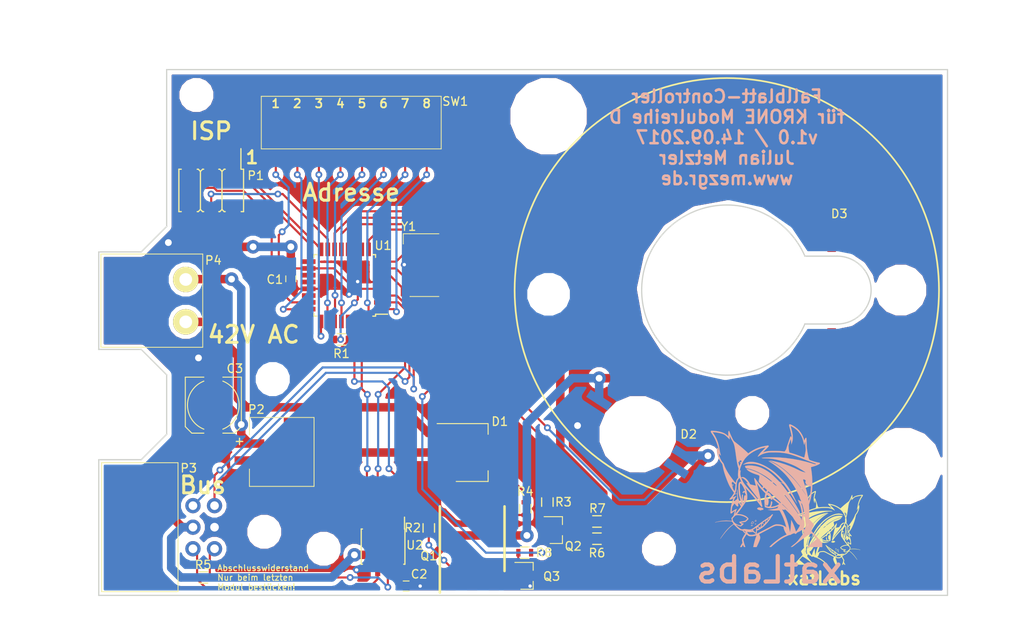
<source format=kicad_pcb>
(kicad_pcb (version 20160815) (host pcbnew "(2017-01-15 revision 8ac4790)-makepkg")
  (title_block (title Fallblatt-Controller) (date 2017-09-14) (rev 1.0) (company xatLabs) (comment 1 "Julian Metzler"))
  (layers (0 F.Cu signal) (31 B.Cu signal) (34 B.Paste user) (35 F.Paste user) (36 B.SilkS user) (37 F.SilkS user) (38 B.Mask user) (39 F.Mask user) (44 Edge.Cuts user))
  (net 0 "")
  (net 1 GND)
  (net 2 +5V)
  (net 3 "Net-(D1-Pad1)")
  (net 4 "Net-(D1-Pad3)")
  (net 5 "Net-(D1-Pad2)")
  (net 6 "Net-(D2-Pad3)")
  (net 7 "Net-(D2-Pad2)")
  (net 8 "Net-(D3-Pad2)")
  (net 9 "Net-(D3-Pad3)")
  (net 10 "Net-(P1-Pad1)")
  (net 11 "Net-(P1-Pad3)")
  (net 12 "Net-(P1-Pad4)")
  (net 13 "Net-(P1-Pad5)")
  (net 14 "Net-(P2-Pad2)")
  (net 15 "Net-(P3-Pad2)")
  (net 16 /AUX1)
  (net 17 "Net-(P3-Pad1)")
  (net 18 /AUX2)
  (net 19 "Net-(Q1-Pad6)")
  (net 20 "Net-(Q1-Pad1)")
  (net 21 "Net-(Q2-Pad3)")
  (net 22 "Net-(Q2-Pad1)")
  (net 23 "Net-(R4-Pad2)")
  (net 24 "Net-(SW1-Pad8)")
  (net 25 "Net-(SW1-Pad7)")
  (net 26 "Net-(SW1-Pad6)")
  (net 27 "Net-(SW1-Pad5)")
  (net 28 "Net-(SW1-Pad4)")
  (net 29 "Net-(SW1-Pad3)")
  (net 30 "Net-(SW1-Pad2)")
  (net 31 "Net-(SW1-Pad1)")
  (net 32 "Net-(U1-Pad31)")
  (net 33 "Net-(U1-Pad30)")
  (net 34 "Net-(U1-Pad8)")
  (net 35 "Net-(U1-Pad7)")
  (net 36 "Net-(U1-Pad2)")
  (net 37 "Net-(Q1-Pad2)")
  (net 38 "Net-(Q3-Pad1)")
  (net 39 "Net-(R8-Pad2)")
  (module custom:cato_small (layer F.Cu) (at 151.5 114)
    (fp_text reference G*** hide)
    (fp_text value LOGO hide)
  )
  (module custom:cato (layer B.Cu) (at 143 109 180)
    (fp_text reference G*** hide)
    (fp_text value LOGO hide)
  )
  (module custom:MountingHole_8mm (layer F.Cu) (at 128.5 103)
    (fp_text reference REF** hide)
    (fp_text value MountingHole_8mm)
    (pad "" np_thru_hole circle (at 0 0) (size 8 8) (drill 8) (layers *.Cu *.Mask))
  )
  (module custom:MountingHole_8mm (layer F.Cu) (at 118 65.5)
    (fp_text reference REF** hide)
    (fp_text value MountingHole_8mm)
    (pad "" np_thru_hole circle (at 0 0) (size 8 8) (drill 8) (layers *.Cu *.Mask))
  )
  (module custom:MountingHole_8mm (layer F.Cu) (at 159.75 106.75)
    (fp_text reference REF** hide)
    (fp_text value MountingHole_8mm)
    (pad "" np_thru_hole circle (at 0 0) (size 8 8) (drill 8) (layers *.Cu *.Mask))
  )
  (module Mounting_Holes:MountingHole_5mm (layer F.Cu) (at 159.5 86)
    (fp_text reference REF** hide)
    (fp_text value MountingHole_5mm)
    (pad 1 np_thru_hole circle (at 0 0) (size 5 5) (drill 5) (layers *.Cu *.Mask))
  )
  (module Mounting_Holes:MountingHole_4mm (layer F.Cu) (at 118 86.5)
    (fp_text reference REF** hide)
    (fp_text value MountingHole_4mm)
    (pad 1 np_thru_hole circle (at 0 0) (size 4 4) (drill 4) (layers *.Cu *.Mask))
  )
  (module Mounting_Holes:MountingHole_3mm (layer F.Cu) (at 142 100.5)
    (fp_text reference REF** hide)
    (fp_text value MountingHole_3mm)
    (pad 1 np_thru_hole circle (at 0 0) (size 3 3) (drill 3) (layers *.Cu *.Mask))
  )
  (module Mounting_Holes:MountingHole_3mm (layer F.Cu) (at 131 116.5)
    (fp_text reference REF** hide)
    (fp_text value MountingHole_3mm)
    (pad 1 np_thru_hole circle (at 0 0) (size 3 3) (drill 3) (layers *.Cu *.Mask))
  )
  (module Mounting_Holes:MountingHole_3mm (layer F.Cu) (at 91.5 116.5)
    (fp_text reference REF** hide)
    (fp_text value MountingHole_3mm)
    (pad 1 np_thru_hole circle (at 0 0) (size 3 3) (drill 3) (layers *.Cu *.Mask))
  )
  (module Mounting_Holes:MountingHole_3mm (layer F.Cu) (at 84.5 114.5)
    (fp_text reference REF** hide)
    (fp_text value MountingHole_3mm)
    (pad 1 np_thru_hole circle (at 0 0) (size 3 3) (drill 3) (layers *.Cu *.Mask))
  )
  (module Mounting_Holes:MountingHole_3mm (layer F.Cu) (at 85.5 96.5)
    (fp_text reference REF** hide)
    (fp_text value MountingHole_3mm)
    (pad 1 np_thru_hole circle (at 0 0) (size 3 3) (drill 3) (layers *.Cu *.Mask))
  )
  (module Mounting_Holes:MountingHole_3mm (layer F.Cu) (at 76.5 63)
    (fp_text reference REF** hide)
    (fp_text value MountingHole_3mm)
    (pad 1 np_thru_hole circle (at 0 0) (size 3 3) (drill 3) (layers *.Cu *.Mask))
  )
  (module custom:SolderBridge_x8_SMD (layer F.Cu) (at 94.75 66.25)
    (fp_text reference SJ1 hide)
    (fp_text value SolderBridge_x8_SMD)
    (pad 14 smd rect (at -3.81 -0.635) (size 0.8 1) (layers F.Cu F.Paste F.Mask) (net 1 GND))
    (pad 13 smd rect (at -1.27 -0.635) (size 0.8 1) (layers F.Cu F.Paste F.Mask) (net 1 GND))
    (pad 12 smd rect (at 1.27 -0.635) (size 0.8 1) (layers F.Cu F.Paste F.Mask) (net 1 GND))
    (pad 11 smd rect (at 3.81 -0.635) (size 0.8 1) (layers F.Cu F.Paste F.Mask) (net 1 GND))
    (pad 10 smd rect (at 6.35 -0.635) (size 0.8 1) (layers F.Cu F.Paste F.Mask) (net 1 GND))
    (pad 9 smd rect (at 8.89 -0.635) (size 0.8 1) (layers F.Cu F.Paste F.Mask) (net 1 GND))
    (pad 8 smd rect (at 8.89 0.635) (size 0.8 1) (layers F.Cu F.Paste F.Mask) (net 24 "Net-(SW1-Pad8)"))
    (pad 7 smd rect (at 6.35 0.635) (size 0.8 1) (layers F.Cu F.Paste F.Mask) (net 25 "Net-(SW1-Pad7)"))
    (pad 6 smd rect (at 3.81 0.635) (size 0.8 1) (layers F.Cu F.Paste F.Mask) (net 26 "Net-(SW1-Pad6)"))
    (pad 5 smd rect (at 1.27 0.635) (size 0.8 1) (layers F.Cu F.Paste F.Mask) (net 27 "Net-(SW1-Pad5)"))
    (pad 4 smd rect (at -1.27 0.635) (size 0.8 1) (layers F.Cu F.Paste F.Mask) (net 28 "Net-(SW1-Pad4)"))
    (pad 3 smd rect (at -3.81 0.635) (size 0.8 1) (layers F.Cu F.Paste F.Mask) (net 29 "Net-(SW1-Pad3)"))
    (pad 2 smd rect (at -6.35 0.635) (size 0.8 1) (layers F.Cu F.Paste F.Mask) (net 30 "Net-(SW1-Pad2)"))
    (pad 15 smd rect (at -6.35 -0.635) (size 0.8 1) (layers F.Cu F.Paste F.Mask) (net 1 GND))
    (pad 1 smd rect (at -8.89 0.635) (size 0.8 1) (layers F.Cu F.Paste F.Mask) (net 31 "Net-(SW1-Pad1)"))
    (pad 16 smd rect (at -8.89 -0.635) (size 0.8 1) (layers F.Cu F.Paste F.Mask) (net 1 GND))
  )
  (module Capacitors_SMD:C_0603 (layer F.Cu) (at 87.638 84.674 90)
    (fp_text reference C1 (at -0.076 -1.888 180) (layer F.SilkS))
    (fp_text value 100n)
    (pad 2 smd rect (at 0.75 0 90) (size 0.8 0.75) (layers F.Cu F.Paste F.Mask) (net 2 +5V))
    (pad 1 smd rect (at -0.75 0 90) (size 0.8 0.75) (layers F.Cu F.Paste F.Mask) (net 1 GND))
  )
  (module Capacitors_SMD:C_0603 (layer F.Cu) (at 101.219 120.904 180)
    (fp_text reference C2 (at -1.531 1.404 180) (layer F.SilkS))
    (fp_text value 100n)
    (pad 1 smd rect (at -0.75 0 180) (size 0.8 0.75) (layers F.Cu F.Paste F.Mask) (net 1 GND))
    (pad 2 smd rect (at 0.75 0 180) (size 0.8 0.75) (layers F.Cu F.Paste F.Mask) (net 2 +5V))
  )
  (module Capacitors_SMD:CP_Elec_6.3x5.3 (layer F.Cu) (at 78.5 99.568 90)
    (fp_text reference C3 (at 4.318 2.538 180) (layer F.SilkS))
    (fp_text value 47u)
    (fp_text user + (at -4.2799 3.0099 90) (layer F.SilkS))
    (pad 2 smd rect (at 2.7 0 270) (size 3.5 1.6) (layers F.Cu F.Paste F.Mask) (net 1 GND))
    (pad 1 smd rect (at -2.7 0 270) (size 3.5 1.6) (layers F.Cu F.Paste F.Mask) (net 2 +5V))
  )
  (module TO_SOT_Packages_SMD:SOT-223 (layer F.Cu) (at 108.966 105.156)
    (fp_text reference D1 (at 3.284 -3.656) (layer F.SilkS))
    (fp_text value BT134W-600.135)
    (pad 1 smd rect (at -3.15 -2.3) (size 2 1.5) (layers F.Cu F.Paste F.Mask) (net 3 "Net-(D1-Pad1)"))
    (pad 3 smd rect (at -3.15 2.3) (size 2 1.5) (layers F.Cu F.Paste F.Mask) (net 4 "Net-(D1-Pad3)"))
    (pad 2 smd rect (at -3.15 0) (size 2 1.5) (layers F.Cu F.Paste F.Mask) (net 5 "Net-(D1-Pad2)"))
    (pad 4 smd rect (at 3.15 0) (size 2 3.8) (layers F.Cu F.Paste F.Mask))
  )
  (module custom:Photointerrupter_QRE1113_SMD_Across_Hole (layer B.Cu) (at 128.5 103 57)
    (fp_text reference D2 (at 3.267834 5.032023) (layer F.SilkS))
    (fp_text value Nullposition)
    (pad 4 smd rect (at -0.9 -6.000001 57) (size 1 3) (layers B.Cu B.Paste B.Mask) (net 1 GND))
    (pad 1 smd rect (at 0.9 -6 57) (size 1 3) (layers B.Cu B.Paste B.Mask) (net 2 +5V))
    (pad 2 smd rect (at 0.9 6.000001 57) (size 1 3) (layers B.Cu B.Paste B.Mask) (net 7 "Net-(D2-Pad2)"))
    (pad 3 smd rect (at -0.9 6 57) (size 1 3) (layers B.Cu B.Paste B.Mask) (net 6 "Net-(D2-Pad3)"))
  )
  (module custom:NXW-02SMDK (layer F.Cu) (at 82.75 106.1 270)
    (fp_text reference P2 (at -6.024 -0.816) (layer F.SilkS))
    (fp_text value Motor)
    (pad "" smd rect (at -4.35 -5.75 270) (size 1.5 3.4) (layers F.Cu F.Paste F.Mask))
    (pad "" smd rect (at 2.35 -5.75 270) (size 1.5 3.4) (layers F.Cu F.Paste F.Mask))
    (pad 2 smd rect (at -2 0 270) (size 1 3.5) (layers F.Cu F.Paste F.Mask) (net 14 "Net-(P2-Pad2)"))
    (pad 1 smd rect (at 0 0 270) (size 1 3.5) (layers F.Cu F.Paste F.Mask) (net 5 "Net-(D1-Pad2)"))
  )
  (module custom:IDC_2x03_Angled (layer F.Cu) (at 78.64 113.96 90)
    (fp_text reference P3 (at 6.96 -3.04 180) (layer F.SilkS))
    (fp_text value Interface)
    (pad 2 thru_hole circle (at -2.54 -2.54 90) (size 1.8 1.8) (drill 1.02) (layers *.Cu *.Mask) (net 15 "Net-(P3-Pad2)"))
    (pad 4 thru_hole circle (at 0 -2.54 90) (size 1.8 1.8) (drill 1.02) (layers *.Cu *.Mask) (net 2 +5V))
    (pad 6 thru_hole circle (at 2.54 -2.54 90) (size 1.8 1.8) (drill 1.02) (layers *.Cu *.Mask) (net 16 /AUX1))
    (pad 1 thru_hole circle (at -2.54 0 90) (size 1.8 1.8) (drill 1.02) (layers *.Cu *.Mask) (net 17 "Net-(P3-Pad1)"))
    (pad 3 thru_hole circle (at 0 0 90) (size 1.8 1.8) (drill 1.02) (layers *.Cu *.Mask) (net 1 GND))
    (pad 5 thru_hole circle (at 2.54 0 90) (size 1.8 1.8) (drill 1.02) (layers *.Cu *.Mask) (net 18 /AUX2))
  )
  (module custom:AKL330-2 (layer F.Cu) (at 75.25 87.25 270)
    (fp_text reference P4 (at -4.75 -3.25) (layer F.SilkS))
    (fp_text value "42V AC")
    (pad 1 thru_hole circle (at -2.5 0 270) (size 3 3) (drill 1.5) (layers *.Cu *.Mask F.SilkS) (net 14 "Net-(P2-Pad2)"))
    (pad 2 thru_hole circle (at 2.5 0 270) (size 3 3) (drill 1.5) (layers *.Cu *.Mask F.SilkS) (net 3 "Net-(D1-Pad1)"))
  )
  (module TO_SOT_Packages_SMD:SOT-23 (layer F.Cu) (at 118.872 114.3)
    (fp_text reference Q2 (at 2.032 1.905) (layer F.SilkS))
    (fp_text value BC817-40)
    (pad 3 smd rect (at 1 0) (size 0.9 0.8) (layers F.Cu F.Paste F.Mask) (net 21 "Net-(Q2-Pad3)"))
    (pad 2 smd rect (at -1 0.95) (size 0.9 0.8) (layers F.Cu F.Paste F.Mask) (net 1 GND))
    (pad 1 smd rect (at -1 -0.95) (size 0.9 0.8) (layers F.Cu F.Paste F.Mask) (net 22 "Net-(Q2-Pad1)"))
  )
  (module Resistors_SMD:R_0603 (layer F.Cu) (at 93.599 91.821)
    (fp_text reference R1 (at 0 1.679) (layer F.SilkS))
    (fp_text value 10k)
    (pad 2 smd rect (at 0.75 0) (size 0.5 0.9) (layers F.Cu F.Paste F.Mask) (net 13 "Net-(P1-Pad5)"))
    (pad 1 smd rect (at -0.75 0) (size 0.5 0.9) (layers F.Cu F.Paste F.Mask) (net 2 +5V))
  )
  (module Resistors_SMD:R_0603 (layer F.Cu) (at 103.886 114.046 90)
    (fp_text reference R2 (at 0.01 -1.9 180) (layer F.SilkS))
    (fp_text value 180R)
    (pad 1 smd rect (at -0.75 0 90) (size 0.5 0.9) (layers F.Cu F.Paste F.Mask) (net 20 "Net-(Q1-Pad1)"))
    (pad 2 smd rect (at 0.75 0 90) (size 0.5 0.9) (layers F.Cu F.Paste F.Mask) (net 2 +5V))
  )
  (module Resistors_SMD:R_0603 (layer F.Cu) (at 115.268 111.772 270)
    (fp_text reference R3 (at -0.772 -4.482) (layer F.SilkS))
    (fp_text value 68R)
    (pad 2 smd rect (at 0.75 0 270) (size 0.5 0.9) (layers F.Cu F.Paste F.Mask) (net 19 "Net-(Q1-Pad6)"))
    (pad 1 smd rect (at -0.75 0 270) (size 0.5 0.9) (layers F.Cu F.Paste F.Mask) (net 5 "Net-(D1-Pad2)"))
  )
  (module Resistors_SMD:R_0603 (layer F.Cu) (at 117.856 110.998 90)
    (fp_text reference R4 (at 1.248 -2.606 180) (layer F.SilkS))
    (fp_text value 4.7k)
    (pad 2 smd rect (at 0.75 0 90) (size 0.5 0.9) (layers F.Cu F.Paste F.Mask) (net 23 "Net-(R4-Pad2)"))
    (pad 1 smd rect (at -0.75 0 90) (size 0.5 0.9) (layers F.Cu F.Paste F.Mask) (net 22 "Net-(Q2-Pad1)"))
  )
  (module Resistors_SMD:R_0603 (layer F.Cu) (at 77.336 119.888)
    (fp_text reference R5 (at -0.036 -1.488) (layer F.SilkS))
    (fp_text value 150R)
    (pad 1 smd rect (at -0.75 0) (size 0.5 0.9) (layers F.Cu F.Paste F.Mask) (net 15 "Net-(P3-Pad2)"))
    (pad 2 smd rect (at 0.75 0) (size 0.5 0.9) (layers F.Cu F.Paste F.Mask) (net 17 "Net-(P3-Pad1)"))
  )
  (module Resistors_SMD:R_0603 (layer F.Cu) (at 123.698 115.316 180)
    (fp_text reference R6 (at 0 -1.684 180) (layer F.SilkS))
    (fp_text value 180R)
    (pad 2 smd rect (at 0.75 0 180) (size 0.5 0.9) (layers F.Cu F.Paste F.Mask) (net 21 "Net-(Q2-Pad3)"))
    (pad 1 smd rect (at -0.75 0 180) (size 0.5 0.9) (layers F.Cu F.Paste F.Mask) (net 7 "Net-(D2-Pad2)"))
  )
  (module Resistors_SMD:R_0603 (layer F.Cu) (at 123.698 113.284 180)
    (fp_text reference R7 (at -0.052 1.534 180) (layer F.SilkS))
    (fp_text value 180R)
    (pad 1 smd rect (at -0.75 0 180) (size 0.5 0.9) (layers F.Cu F.Paste F.Mask) (net 8 "Net-(D3-Pad2)"))
    (pad 2 smd rect (at 0.75 0 180) (size 0.5 0.9) (layers F.Cu F.Paste F.Mask) (net 21 "Net-(Q2-Pad3)"))
  )
  (module custom:SW_DIP_x8_SMD (layer F.Cu) (at 94.75 66.25)
    (fp_text reference SW1 (at 12.25 -2.5) (layer F.SilkS))
    (fp_text value DM-08-V)
    (pad 9 smd rect (at 8.89 -4.45) (size 1.1 1.5) (layers F.Cu F.Paste F.Mask) (net 1 GND))
    (pad 8 smd rect (at 8.89 4.45) (size 1.1 1.5) (layers F.Cu F.Paste F.Mask) (net 24 "Net-(SW1-Pad8)"))
    (pad 10 smd rect (at 6.35 -4.45) (size 1.1 1.5) (layers F.Cu F.Paste F.Mask) (net 1 GND))
    (pad 7 smd rect (at 6.35 4.45) (size 1.1 1.5) (layers F.Cu F.Paste F.Mask) (net 25 "Net-(SW1-Pad7)"))
    (pad 11 smd rect (at 3.81 -4.45) (size 1.1 1.5) (layers F.Cu F.Paste F.Mask) (net 1 GND))
    (pad 6 smd rect (at 3.81 4.45) (size 1.1 1.5) (layers F.Cu F.Paste F.Mask) (net 26 "Net-(SW1-Pad6)"))
    (pad 12 smd rect (at 1.27 -4.45) (size 1.1 1.5) (layers F.Cu F.Paste F.Mask) (net 1 GND))
    (pad 5 smd rect (at 1.27 4.45) (size 1.1 1.5) (layers F.Cu F.Paste F.Mask) (net 27 "Net-(SW1-Pad5)"))
    (pad 4 smd rect (at -1.27 4.45) (size 1.1 1.5) (layers F.Cu F.Paste F.Mask) (net 28 "Net-(SW1-Pad4)"))
    (pad 13 smd rect (at -1.27 -4.45) (size 1.1 1.5) (layers F.Cu F.Paste F.Mask) (net 1 GND))
    (pad 3 smd rect (at -3.81 4.45) (size 1.1 1.5) (layers F.Cu F.Paste F.Mask) (net 29 "Net-(SW1-Pad3)"))
    (pad 14 smd rect (at -3.81 -4.45) (size 1.1 1.5) (layers F.Cu F.Paste F.Mask) (net 1 GND))
    (pad 2 smd rect (at -6.35 4.45) (size 1.1 1.5) (layers F.Cu F.Paste F.Mask) (net 30 "Net-(SW1-Pad2)"))
    (pad 15 smd rect (at -6.35 -4.45) (size 1.1 1.5) (layers F.Cu F.Paste F.Mask) (net 1 GND))
    (pad 16 smd rect (at -8.89 -4.45) (size 1.1 1.5) (layers F.Cu F.Paste F.Mask) (net 1 GND))
    (pad 1 smd rect (at -8.89 4.45) (size 1.1 1.5) (layers F.Cu F.Paste F.Mask) (net 31 "Net-(SW1-Pad1)"))
  )
  (module Housings_QFP:TQFP-32_7x7mm_Pitch0.8mm (layer F.Cu) (at 93.988 85.448 180)
    (fp_text reference U1 (at -4.512 4.698 180) (layer F.SilkS))
    (fp_text value ATMEGA328PB-AN)
    (pad 32 smd rect (at -2.8 -4.25 270) (size 1.6 0.55) (layers F.Cu F.Paste F.Mask) (net 25 "Net-(SW1-Pad7)"))
    (pad 31 smd rect (at -2 -4.25 270) (size 1.6 0.55) (layers F.Cu F.Paste F.Mask) (net 32 "Net-(U1-Pad31)"))
    (pad 30 smd rect (at -1.2 -4.25 270) (size 1.6 0.55) (layers F.Cu F.Paste F.Mask) (net 33 "Net-(U1-Pad30)"))
    (pad 29 smd rect (at -0.4 -4.25 270) (size 1.6 0.55) (layers F.Cu F.Paste F.Mask) (net 13 "Net-(P1-Pad5)"))
    (pad 28 smd rect (at 0.4 -4.25 270) (size 1.6 0.55) (layers F.Cu F.Paste F.Mask) (net 26 "Net-(SW1-Pad6)"))
    (pad 27 smd rect (at 1.2 -4.25 270) (size 1.6 0.55) (layers F.Cu F.Paste F.Mask) (net 27 "Net-(SW1-Pad5)"))
    (pad 26 smd rect (at 2 -4.25 270) (size 1.6 0.55) (layers F.Cu F.Paste F.Mask) (net 28 "Net-(SW1-Pad4)"))
    (pad 25 smd rect (at 2.8 -4.25 270) (size 1.6 0.55) (layers F.Cu F.Paste F.Mask) (net 29 "Net-(SW1-Pad3)"))
    (pad 24 smd rect (at 4.25 -2.8 180) (size 1.6 0.55) (layers F.Cu F.Paste F.Mask) (net 30 "Net-(SW1-Pad2)"))
    (pad 23 smd rect (at 4.25 -2 180) (size 1.6 0.55) (layers F.Cu F.Paste F.Mask) (net 31 "Net-(SW1-Pad1)"))
    (pad 22 smd rect (at 4.25 -1.2 180) (size 1.6 0.55) (layers F.Cu F.Paste F.Mask))
    (pad 21 smd rect (at 4.25 -0.4 180) (size 1.6 0.55) (layers F.Cu F.Paste F.Mask) (net 1 GND))
    (pad 20 smd rect (at 4.25 0.4 180) (size 1.6 0.55) (layers F.Cu F.Paste F.Mask))
    (pad 19 smd rect (at 4.25 1.2 180) (size 1.6 0.55) (layers F.Cu F.Paste F.Mask))
    (pad 18 smd rect (at 4.25 2 180) (size 1.6 0.55) (layers F.Cu F.Paste F.Mask) (net 2 +5V))
    (pad 17 smd rect (at 4.25 2.8 180) (size 1.6 0.55) (layers F.Cu F.Paste F.Mask) (net 11 "Net-(P1-Pad3)"))
    (pad 16 smd rect (at 2.8 4.25 270) (size 1.6 0.55) (layers F.Cu F.Paste F.Mask) (net 10 "Net-(P1-Pad1)"))
    (pad 15 smd rect (at 2 4.25 270) (size 1.6 0.55) (layers F.Cu F.Paste F.Mask) (net 12 "Net-(P1-Pad4)"))
    (pad 14 smd rect (at 1.2 4.25 270) (size 1.6 0.55) (layers F.Cu F.Paste F.Mask) (net 9 "Net-(D3-Pad3)"))
    (pad 13 smd rect (at 0.4 4.25 270) (size 1.6 0.55) (layers F.Cu F.Paste F.Mask) (net 6 "Net-(D2-Pad3)"))
    (pad 12 smd rect (at -0.4 4.25 270) (size 1.6 0.55) (layers F.Cu F.Paste F.Mask) (net 23 "Net-(R4-Pad2)"))
    (pad 11 smd rect (at -1.2 4.25 270) (size 1.6 0.55) (layers F.Cu F.Paste F.Mask))
    (pad 10 smd rect (at -2 4.25 270) (size 1.6 0.55) (layers F.Cu F.Paste F.Mask))
    (pad 9 smd rect (at -2.8 4.25 270) (size 1.6 0.55) (layers F.Cu F.Paste F.Mask) (net 39 "Net-(R8-Pad2)"))
    (pad 8 smd rect (at -4.25 2.8 180) (size 1.6 0.55) (layers F.Cu F.Paste F.Mask) (net 34 "Net-(U1-Pad8)"))
    (pad 7 smd rect (at -4.25 2 180) (size 1.6 0.55) (layers F.Cu F.Paste F.Mask) (net 35 "Net-(U1-Pad7)"))
    (pad 6 smd rect (at -4.25 1.2 180) (size 1.6 0.55) (layers F.Cu F.Paste F.Mask) (net 18 /AUX2))
    (pad 5 smd rect (at -4.25 0.4 180) (size 1.6 0.55) (layers F.Cu F.Paste F.Mask) (net 1 GND))
    (pad 4 smd rect (at -4.25 -0.4 180) (size 1.6 0.55) (layers F.Cu F.Paste F.Mask) (net 2 +5V))
    (pad 3 smd rect (at -4.25 -1.2 180) (size 1.6 0.55) (layers F.Cu F.Paste F.Mask) (net 16 /AUX1))
    (pad 2 smd rect (at -4.25 -2 180) (size 1.6 0.55) (layers F.Cu F.Paste F.Mask) (net 36 "Net-(U1-Pad2)"))
    (pad 1 smd rect (at -4.25 -2.8 180) (size 1.6 0.55) (layers F.Cu F.Paste F.Mask) (net 24 "Net-(SW1-Pad8)"))
  )
  (module Housings_SOIC:SOIC-8_3.9x4.9mm_Pitch1.27mm (layer F.Cu) (at 98.5 116.25 270)
    (fp_text reference U2 (at -0.172 -3.735) (layer F.SilkS))
    (fp_text value MAX485)
    (pad 8 smd rect (at 2.7 -1.905 270) (size 1.55 0.6) (layers F.Cu F.Paste F.Mask) (net 2 +5V))
    (pad 7 smd rect (at 2.7 -0.635 270) (size 1.55 0.6) (layers F.Cu F.Paste F.Mask) (net 17 "Net-(P3-Pad1)"))
    (pad 6 smd rect (at 2.7 0.635 270) (size 1.55 0.6) (layers F.Cu F.Paste F.Mask) (net 15 "Net-(P3-Pad2)"))
    (pad 5 smd rect (at 2.7 1.905 270) (size 1.55 0.6) (layers F.Cu F.Paste F.Mask) (net 1 GND))
    (pad 4 smd rect (at -2.7 1.905 270) (size 1.55 0.6) (layers F.Cu F.Paste F.Mask) (net 32 "Net-(U1-Pad31)"))
    (pad 3 smd rect (at -2.7 0.635 270) (size 1.55 0.6) (layers F.Cu F.Paste F.Mask) (net 36 "Net-(U1-Pad2)"))
    (pad 2 smd rect (at -2.7 -0.635 270) (size 1.55 0.6) (layers F.Cu F.Paste F.Mask) (net 36 "Net-(U1-Pad2)"))
    (pad 1 smd rect (at -2.7 -1.905 270) (size 1.55 0.6) (layers F.Cu F.Paste F.Mask) (net 33 "Net-(U1-Pad30)"))
  )
  (module custom:Resonator_ZTTCC_X.XX_MG (layer F.Cu) (at 103.378 83.058 270)
    (fp_text reference Y1 (at -4.558 1.878) (layer F.SilkS))
    (fp_text value ZTTCC8.00MG)
    (pad 3 smd rect (at 2.5 0 270) (size 1.5 4) (layers F.Cu F.Paste F.Mask) (net 35 "Net-(U1-Pad7)"))
    (pad 1 smd rect (at -2.5 0 270) (size 1.5 4) (layers F.Cu F.Paste F.Mask) (net 34 "Net-(U1-Pad8)"))
    (pad 2 smd rect (at 0 0 270) (size 1.7 4) (layers F.Cu F.Paste F.Mask) (net 1 GND))
  )
  (module custom:Photointerrupter_QRE1113_SMD_Across_Hole_Mirrored (layer F.Cu) (at 152.25 86)
    (fp_text reference D3 (at 0 -9) (layer F.SilkS))
    (fp_text value Impuls)
    (pad 2 smd rect (at -0.9 -6) (size 1 3) (layers F.Cu F.Paste F.Mask) (net 8 "Net-(D3-Pad2)"))
    (pad 3 smd rect (at 0.9 -6) (size 1 3) (layers F.Cu F.Paste F.Mask) (net 9 "Net-(D3-Pad3)"))
    (pad 4 smd rect (at 0.9 6) (size 1 3) (layers F.Cu F.Paste F.Mask) (net 1 GND))
    (pad 1 smd rect (at -0.9 6) (size 1 3) (layers F.Cu F.Paste F.Mask) (net 2 +5V))
  )
  (module Pin_Headers:Pin_Header_Straight_SMT_02x03 (layer F.Cu) (at 78.25 74.25 180)
    (fp_text reference P1 (at -5.25 1.75 180) (layer F.SilkS))
    (fp_text value ISP)
    (pad 2 smd rect (at -2.54 -3.2 180) (size 1.27 3.6) (layers F.Cu F.Paste F.Mask) (net 2 +5V))
    (pad 4 smd rect (at 0 -3.2 180) (size 1.27 3.6) (layers F.Cu F.Paste F.Mask) (net 12 "Net-(P1-Pad4)"))
    (pad 6 smd rect (at 2.54 -3.2 180) (size 1.27 3.6) (layers F.Cu F.Paste F.Mask) (net 1 GND))
    (pad 5 smd rect (at 2.54 3.2 180) (size 1.27 3.6) (layers F.Cu F.Paste F.Mask) (net 13 "Net-(P1-Pad5)"))
    (pad 3 smd rect (at 0 3.2 180) (size 1.27 3.6) (layers F.Cu F.Paste F.Mask) (net 11 "Net-(P1-Pad3)"))
    (pad 1 smd rect (at -2.54 3.2 180) (size 1.27 3.6) (layers F.Cu F.Paste F.Mask) (net 10 "Net-(P1-Pad1)"))
  )
  (module custom:Optocoupler_SMD_6pin (layer F.Cu) (at 109 115.316 90)
    (fp_text reference Q1 (at -2.032 -5.114 180) (layer F.SilkS))
    (fp_text value MOC3081M)
    (pad 1 smd rect (at -5.08 -2.54 90) (size 2 1.2) (layers F.Cu F.Paste F.Mask) (net 20 "Net-(Q1-Pad1)"))
    (pad 2 smd rect (at -5.08 0 90) (size 2 1.2) (layers F.Cu F.Paste F.Mask) (net 37 "Net-(Q1-Pad2)"))
    (pad 3 smd rect (at -5.08 2.54 90) (size 2 1.2) (layers F.Cu F.Paste F.Mask))
    (pad 4 smd rect (at 5.08 2.54 90) (size 2 1.2) (layers F.Cu F.Paste F.Mask) (net 4 "Net-(D1-Pad3)"))
    (pad 5 smd rect (at 5.08 0 90) (size 2 1.2) (layers F.Cu F.Paste F.Mask))
    (pad 6 smd rect (at 5.08 -2.54 90) (size 2 1.2) (layers F.Cu F.Paste F.Mask) (net 19 "Net-(Q1-Pad6)"))
  )
  (module TO_SOT_Packages_SMD:SOT-23 (layer F.Cu) (at 115.427 119.695)
    (fp_text reference Q3 (at 2.937 0.066) (layer F.SilkS))
    (fp_text value BC817-40)
    (pad 3 smd rect (at 1 0) (size 0.9 0.8) (layers F.Cu F.Paste F.Mask) (net 37 "Net-(Q1-Pad2)"))
    (pad 2 smd rect (at -1 0.95) (size 0.9 0.8) (layers F.Cu F.Paste F.Mask) (net 1 GND))
    (pad 1 smd rect (at -1 -0.95) (size 0.9 0.8) (layers F.Cu F.Paste F.Mask) (net 38 "Net-(Q3-Pad1)"))
  )
  (module Resistors_SMD:R_0603 (layer F.Cu) (at 115.189 116.967)
    (fp_text reference R8 (at 2.286 0) (layer F.SilkS))
    (fp_text value 4.7k)
    (pad 2 smd rect (at 0.75 0) (size 0.5 0.9) (layers F.Cu F.Paste F.Mask) (net 39 "Net-(R8-Pad2)"))
    (pad 1 smd rect (at -0.75 0) (size 0.5 0.9) (layers F.Cu F.Paste F.Mask) (net 38 "Net-(Q3-Pad1)"))
  )
  (gr_text 1 (at 83.058 70.358) (layer F.SilkS) (effects (font (size 1.5 1.5) (thickness 0.3))))
  (gr_text "Abschlusswiderstand\nNur beim letzten\nModul bestücken!" (at 78.9 119.9) (layer F.SilkS) (effects (font (size 0.7 0.7) (thickness 0.12)) (justify left)))
  (gr_text Bus (at 77.25 109) (layer F.SilkS) (effects (font (size 2 2) (thickness 0.35))))
  (gr_text ISP (at 78.25 67.25) (layer F.SilkS) (effects (font (size 2 2) (thickness 0.35))))
  (gr_text Adresse (at 94.75 74.5) (layer F.SilkS) (effects (font (size 2 2) (thickness 0.35))))
  (gr_text "42V AC" (at 83.25 91.25) (layer F.SilkS) (effects (font (size 2 2) (thickness 0.35))))
  (gr_text xatLabs (at 150.5 120) (layer F.SilkS) (effects (font (size 1.5 1.5) (thickness 0.3))))
  (gr_text "Fallblatt-Controller\nfür KRONE Modulreihe D\nv1.0 / 14.09.2017\nJulian Metzler\nwww.mezgr.de" (at 139 68) (layer B.SilkS) (effects (font (size 1.5 1.5) (thickness 0.3)) (justify mirror)))
  (gr_text xatLabs (at 144 119) (layer B.SilkS) (effects (font (size 3 3) (thickness 0.5)) (justify mirror)))
  (gr_text 8 (at 103.632 64.008) (layer F.SilkS) (effects (font (size 1 1) (thickness 0.2))))
  (gr_text 7 (at 101.092 64.008) (layer F.SilkS) (effects (font (size 1 1) (thickness 0.2))))
  (gr_text 6 (at 98.552 64.008) (layer F.SilkS) (effects (font (size 1 1) (thickness 0.2))))
  (gr_text 5 (at 96.012 64.008) (layer F.SilkS) (effects (font (size 1 1) (thickness 0.2))))
  (gr_text 4 (at 93.472 64.008) (layer F.SilkS) (effects (font (size 1 1) (thickness 0.2))))
  (gr_text 3 (at 90.932 64.008) (layer F.SilkS) (effects (font (size 1 1) (thickness 0.2))))
  (gr_text 2 (at 88.392 64.008) (layer F.SilkS) (effects (font (size 1 1) (thickness 0.2))))
  (gr_text 1 (at 85.852 64.008) (layer F.SilkS) (effects (font (size 1 1) (thickness 0.2))))
  (gr_circle (center 139 86) (end 164 86) (layer F.SilkS) (width 0.2))
  (gr_line (start 73 103) (end 73 103) (layer Edge.Cuts) (width 0.15))
  (gr_line (start 73 96) (end 73 103) (layer Edge.Cuts) (width 0.15))
  (gr_line (start 73 78.5) (end 73 78.5) (layer Edge.Cuts) (width 0.15))
  (gr_line (start 70 81.5) (end 73 78.5) (layer Edge.Cuts) (width 0.15))
  (gr_line (start 65 81.5) (end 70 81.5) (layer Edge.Cuts) (width 0.15))
  (gr_line (start 65 93) (end 65 81.5) (layer Edge.Cuts) (width 0.15))
  (gr_line (start 70 93) (end 70 93) (layer Edge.Cuts) (width 0.15))
  (gr_line (start 65 93) (end 70 93) (layer Edge.Cuts) (width 0.15))
  (gr_line (start 73 96) (end 73 96) (layer Edge.Cuts) (width 0.15))
  (gr_line (start 70 93) (end 73 96) (layer Edge.Cuts) (width 0.15))
  (gr_arc (start 139 86) (end 148.2 82) (angle -313.0028716) (layer Edge.Cuts) (width 0.15))
  (gr_line (start 148.2 90) (end 148.2 90) (layer Edge.Cuts) (width 0.15))
  (gr_line (start 152 90) (end 148.2 90) (layer Edge.Cuts) (width 0.15))
  (gr_line (start 148.2 82) (end 148.2 82) (layer Edge.Cuts) (width 0.15))
  (gr_line (start 152 82) (end 148.2 82) (layer Edge.Cuts) (width 0.15))
  (gr_arc (start 152 86) (end 152 90) (angle -180) (layer Edge.Cuts) (width 0.15))
  (gr_line (start 73 103) (end 73 103) (layer Edge.Cuts) (width 0.15))
  (gr_line (start 70 106) (end 73 103) (layer Edge.Cuts) (width 0.15))
  (gr_line (start 165 60) (end 73 60) (layer Edge.Cuts) (width 0.15))
  (gr_line (start 73 78.5) (end 73 60) (layer Edge.Cuts) (width 0.15))
  (gr_line (start 70 106) (end 65 106) (layer Edge.Cuts) (width 0.15))
  (gr_line (start 65 122) (end 65 106) (layer Edge.Cuts) (width 0.15))
  (gr_line (start 65 122) (end 165 122) (layer Edge.Cuts) (width 0.15))
  (gr_line (start 165 60) (end 165 122) (layer Edge.Cuts) (width 0.15))
  (segment (start 114.427 120.645) (end 115.565 120.645) (width 0.25) (layer F.Cu) (net 1))
  (segment (start 115.565 120.645) (end 115.824 120.904) (width 0.25) (layer F.Cu) (net 1))
  (via (at 115.824 120.904) (size 0.8) (drill 0.4) (layers F.Cu B.Cu) (net 1))
  (segment (start 78.5 96.868) (end 78.5 95.75) (width 1) (layer F.Cu) (net 1))
  (segment (start 78.5 95.75) (end 76.75 94) (width 1) (layer F.Cu) (net 1))
  (via (at 76.75 94) (size 1.6) (drill 0.8) (layers F.Cu B.Cu) (net 1))
  (segment (start 75.71 77.45) (end 75.71 77.89) (width 1) (layer F.Cu) (net 1))
  (segment (start 75.71 77.89) (end 73.2 80.4) (width 1) (layer F.Cu) (net 1))
  (via (at 73.2 80.4) (size 1.6) (drill 0.8) (layers F.Cu B.Cu) (net 1))
  (segment (start 101.969 120.904) (end 102.87 120.904) (width 0.25) (layer F.Cu) (net 1))
  (segment (start 102.997 120.904) (end 102.87 120.904) (width 0.25) (layer F.Cu) (net 1))
  (via (at 102.87 120.904) (size 0.8) (drill 0.4) (layers F.Cu B.Cu) (net 1))
  (segment (start 96.595 118.95) (end 95.426 118.95) (width 0.25) (layer F.Cu) (net 1))
  (segment (start 95.426 118.95) (end 95.377 118.999) (width 0.25) (layer F.Cu) (net 1))
  (via (at 95.377 118.999) (size 0.8) (drill 0.4) (layers F.Cu B.Cu) (net 1))
  (segment (start 122.977801 100.486969) (end 122.906031 100.486969) (width 1) (layer B.Cu) (net 1))
  (segment (start 122.906031 100.486969) (end 121.412 101.981) (width 1) (layer B.Cu) (net 1))
  (via (at 121.412 101.981) (size 1.6) (drill 0.8) (layers F.Cu B.Cu) (net 1))
  (segment (start 103.378 83.058) (end 101.058 83.058) (width 0.25) (layer F.Cu) (net 1))
  (segment (start 101.058 83.058) (end 101 83) (width 0.25) (layer F.Cu) (net 1))
  (via (at 101 83) (size 0.8) (drill 0.4) (layers F.Cu B.Cu) (net 1))
  (segment (start 93.848 85.848) (end 94.5 86.5) (width 0.25) (layer F.Cu) (net 1))
  (segment (start 89.738 85.848) (end 93.848 85.848) (width 0.25) (layer F.Cu) (net 1))
  (via (at 94.5 86.5) (size 0.8) (drill 0.4) (layers F.Cu B.Cu) (net 1))
  (segment (start 98.238 85.048) (end 95.548 85.048) (width 0.25) (layer F.Cu) (net 1))
  (segment (start 95.548 85.048) (end 95.5 85) (width 0.25) (layer F.Cu) (net 1))
  (via (at 95.5 85) (size 0.8) (drill 0.4) (layers F.Cu B.Cu) (net 1))
  (segment (start 87.638 85.424) (end 88.062 85.848) (width 0.25) (layer F.Cu) (net 1))
  (segment (start 88.062 85.848) (end 89.738 85.848) (width 0.25) (layer F.Cu) (net 1))
  (segment (start 106.836 114.71) (end 105.422 113.296) (width 0.25) (layer F.Cu) (net 2))
  (segment (start 105.422 113.296) (end 103.886 113.296) (width 0.25) (layer F.Cu) (net 2))
  (segment (start 106.836 114.935) (end 106.836 114.71) (width 0.25) (layer F.Cu) (net 2))
  (segment (start 76.1 113.96) (end 74.827208 113.96) (width 1) (layer B.Cu) (net 2))
  (segment (start 74.827208 113.96) (end 73.533 115.254208) (width 1) (layer B.Cu) (net 2))
  (segment (start 73.533 115.254208) (end 73.533 118.745) (width 1) (layer B.Cu) (net 2))
  (segment (start 73.533 118.745) (end 74.676 119.888) (width 1) (layer B.Cu) (net 2))
  (segment (start 92.456 119.888) (end 95.123 117.221) (width 1) (layer B.Cu) (net 2))
  (segment (start 74.676 119.888) (end 92.456 119.888) (width 1) (layer B.Cu) (net 2))
  (segment (start 76.1 113.96) (end 74.827208 113.96) (width 1) (layer F.Cu) (net 2))
  (segment (start 74.827208 113.96) (end 73.533 112.665792) (width 1) (layer F.Cu) (net 2))
  (segment (start 73.533 112.665792) (end 73.533 109.982) (width 1) (layer F.Cu) (net 2))
  (segment (start 74.247 109.268) (end 73.533 109.982) (width 1) (layer F.Cu) (net 2))
  (segment (start 74.25 109.268) (end 74.247 109.268) (width 1) (layer F.Cu) (net 2))
  (segment (start 80.141 80.899) (end 75.184 80.899) (width 1) (layer F.Cu) (net 2))
  (segment (start 75.184 80.899) (end 72.263 83.82) (width 1) (layer F.Cu) (net 2))
  (segment (start 72.263 83.82) (end 72.263 91.821) (width 1) (layer F.Cu) (net 2))
  (segment (start 72.263 91.821) (end 74.295 93.853) (width 1) (layer F.Cu) (net 2))
  (segment (start 74.295 93.853) (end 74.295 97.113) (width 1) (layer F.Cu) (net 2))
  (segment (start 74.295 97.113) (end 78.5 101.318) (width 1) (layer F.Cu) (net 2))
  (segment (start 78.5 101.318) (end 78.5 102.268) (width 1) (layer F.Cu) (net 2))
  (segment (start 74.25 109.268) (end 78.5 105.018) (width 1) (layer F.Cu) (net 2))
  (segment (start 78.5 105.018) (end 78.5 102.268) (width 1) (layer F.Cu) (net 2))
  (segment (start 102.821 118.95) (end 106.836 114.935) (width 1) (layer F.Cu) (net 2))
  (segment (start 106.836 114.935) (end 115.443 114.935) (width 1) (layer F.Cu) (net 2))
  (segment (start 102.821 118.95) (end 100.405 118.95) (width 1) (layer F.Cu) (net 2))
  (segment (start 115.443 101.727) (end 115.443 114.935) (width 1) (layer B.Cu) (net 2))
  (via (at 115.443 114.935) (size 1.6) (drill 0.8) (layers F.Cu B.Cu) (net 2))
  (segment (start 120.777 96.393) (end 115.443 101.727) (width 1) (layer B.Cu) (net 2))
  (segment (start 122.82063 96.393) (end 120.777 96.393) (width 1) (layer B.Cu) (net 2))
  (segment (start 123.952 96.393) (end 122.82063 96.393) (width 1) (layer B.Cu) (net 2))
  (segment (start 95.522999 87.103001) (end 95.522999 86.251999) (width 0.25) (layer F.Cu) (net 2))
  (segment (start 95.522999 86.251999) (end 95.119 85.848) (width 0.25) (layer F.Cu) (net 2))
  (segment (start 95.123 87.503) (end 95.522999 87.103001) (width 0.25) (layer F.Cu) (net 2))
  (segment (start 93.498998 91.821) (end 93.498998 89.127002) (width 0.25) (layer B.Cu) (net 2))
  (segment (start 93.498998 89.127002) (end 95.123 87.503) (width 0.25) (layer B.Cu) (net 2))
  (via (at 95.123 87.503) (size 0.8) (drill 0.4) (layers F.Cu B.Cu) (net 2))
  (segment (start 92.849 91.821) (end 93.498998 91.821) (width 0.25) (layer F.Cu) (net 2))
  (via (at 93.498998 91.821) (size 0.8) (drill 0.4) (layers F.Cu B.Cu) (net 2))
  (segment (start 87.63 80.899) (end 87.63 83.916) (width 1) (layer F.Cu) (net 2))
  (segment (start 87.63 83.916) (end 87.638 83.924) (width 1) (layer F.Cu) (net 2))
  (segment (start 83.185 80.899) (end 87.63 80.899) (width 1) (layer B.Cu) (net 2))
  (via (at 87.63 80.899) (size 1.6) (drill 0.8) (layers F.Cu B.Cu) (net 2))
  (segment (start 82.55 80.899) (end 83.185 80.899) (width 1) (layer F.Cu) (net 2))
  (via (at 83.185 80.899) (size 1.6) (drill 0.8) (layers F.Cu B.Cu) (net 2))
  (segment (start 92.71 83.439) (end 95.119 85.848) (width 0.25) (layer F.Cu) (net 2))
  (segment (start 95.119 85.848) (end 98.238 85.848) (width 0.25) (layer F.Cu) (net 2))
  (segment (start 90.797 83.439) (end 92.71 83.439) (width 0.25) (layer F.Cu) (net 2))
  (segment (start 89.738 83.448) (end 90.788 83.448) (width 0.25) (layer F.Cu) (net 2))
  (segment (start 90.788 83.448) (end 90.797 83.439) (width 0.25) (layer F.Cu) (net 2))
  (segment (start 87.638 83.924) (end 88.114 83.448) (width 0.25) (layer F.Cu) (net 2))
  (segment (start 88.114 83.448) (end 89.738 83.448) (width 0.25) (layer F.Cu) (net 2))
  (segment (start 81.153 80.899) (end 82.55 80.899) (width 1) (layer F.Cu) (net 2))
  (segment (start 80.141 80.899) (end 81.153 80.899) (width 1) (layer F.Cu) (net 2))
  (segment (start 149.733 97.282) (end 151.35 95.665) (width 1) (layer F.Cu) (net 2))
  (segment (start 151.35 95.665) (end 151.35 92) (width 1) (layer F.Cu) (net 2))
  (segment (start 133.731 97.282) (end 149.733 97.282) (width 1) (layer F.Cu) (net 2))
  (segment (start 132.842 96.393) (end 133.731 97.282) (width 1) (layer F.Cu) (net 2))
  (segment (start 123.952 96.393) (end 132.842 96.393) (width 1) (layer F.Cu) (net 2))
  (segment (start 123.958152 98.977362) (end 123.958152 96.399152) (width 1) (layer B.Cu) (net 2))
  (segment (start 123.958152 96.399152) (end 123.952 96.393) (width 1) (layer B.Cu) (net 2))
  (via (at 123.952 96.393) (size 1.6) (drill 0.8) (layers F.Cu B.Cu) (net 2))
  (segment (start 100.405 118.95) (end 100.405 117.884998) (width 1) (layer F.Cu) (net 2))
  (segment (start 100.405 117.884998) (end 99.741002 117.221) (width 1) (layer F.Cu) (net 2))
  (segment (start 99.741002 117.221) (end 95.123 117.221) (width 1) (layer F.Cu) (net 2))
  (via (at 95.123 117.221) (size 1.6) (drill 0.8) (layers F.Cu B.Cu) (net 2))
  (segment (start 100.405 118.95) (end 100.405 120.84) (width 0.25) (layer F.Cu) (net 2))
  (segment (start 100.405 120.84) (end 100.469 120.904) (width 0.25) (layer F.Cu) (net 2))
  (segment (start 80.141 80.899) (end 80.79 80.25) (width 1) (layer F.Cu) (net 2))
  (segment (start 80.79 80.25) (end 80.79 77.45) (width 1) (layer F.Cu) (net 2))
  (segment (start 75.25 89.75) (end 77.37132 89.75) (width 1) (layer F.Cu) (net 3))
  (segment (start 77.37132 89.75) (end 81.407 93.78568) (width 1) (layer F.Cu) (net 3))
  (segment (start 81.407 93.78568) (end 81.407 98.806) (width 1) (layer F.Cu) (net 3))
  (segment (start 81.407 98.806) (end 82.423 99.822) (width 1) (layer F.Cu) (net 3))
  (segment (start 100.782 99.822) (end 103.816 102.856) (width 1) (layer F.Cu) (net 3))
  (segment (start 82.423 99.822) (end 100.782 99.822) (width 1) (layer F.Cu) (net 3))
  (segment (start 103.816 102.856) (end 105.816 102.856) (width 1) (layer F.Cu) (net 3))
  (segment (start 105.816 107.456) (end 109.16 107.456) (width 0.25) (layer F.Cu) (net 4))
  (segment (start 109.16 107.456) (end 111.54 109.836) (width 0.25) (layer F.Cu) (net 4))
  (segment (start 111.54 109.836) (end 111.54 110.236) (width 0.25) (layer F.Cu) (net 4))
  (segment (start 113.792 108.458) (end 115.268 109.934) (width 0.25) (layer F.Cu) (net 5))
  (segment (start 115.268 109.934) (end 115.268 111.022) (width 0.25) (layer F.Cu) (net 5))
  (segment (start 110.998 108.458) (end 113.792 108.458) (width 0.25) (layer F.Cu) (net 5))
  (segment (start 107.696 105.156) (end 110.998 108.458) (width 0.25) (layer F.Cu) (net 5))
  (segment (start 105.816 105.156) (end 107.696 105.156) (width 0.25) (layer F.Cu) (net 5))
  (segment (start 82.75 106.1) (end 85.5 106.1) (width 1) (layer F.Cu) (net 5))
  (segment (start 85.5 106.1) (end 86.444 105.156) (width 1) (layer F.Cu) (net 5))
  (segment (start 86.444 105.156) (end 103.816 105.156) (width 1) (layer F.Cu) (net 5))
  (segment (start 103.816 105.156) (end 105.816 105.156) (width 1) (layer F.Cu) (net 5))
  (segment (start 95.504 77.47) (end 93.588 79.386) (width 0.25) (layer F.Cu) (net 6))
  (segment (start 93.588 79.386) (end 93.588 81.198) (width 0.25) (layer F.Cu) (net 6))
  (segment (start 106.172 77.47) (end 95.504 77.47) (width 0.25) (layer F.Cu) (net 6))
  (segment (start 107.315 78.613) (end 106.172 77.47) (width 0.25) (layer F.Cu) (net 6))
  (segment (start 107.315 91.694) (end 107.315 78.613) (width 0.25) (layer F.Cu) (net 6))
  (segment (start 117.856 102.235) (end 107.315 91.694) (width 0.25) (layer F.Cu) (net 6))
  (segment (start 129.286 110.744) (end 126.365 110.744) (width 0.25) (layer B.Cu) (net 6))
  (via (at 117.856 102.235) (size 0.8) (drill 0.4) (layers F.Cu B.Cu) (net 6))
  (segment (start 126.365 110.744) (end 117.856 102.235) (width 0.25) (layer B.Cu) (net 6))
  (segment (start 132.5752 107.4548) (end 129.286 110.744) (width 0.25) (layer B.Cu) (net 6))
  (segment (start 133.041848 107.022638) (end 132.609686 107.4548) (width 0.25) (layer B.Cu) (net 6))
  (segment (start 132.609686 107.4548) (end 132.5752 107.4548) (width 0.25) (layer B.Cu) (net 6))
  (segment (start 136.779 105.537) (end 127 115.316) (width 1) (layer F.Cu) (net 7))
  (segment (start 127 115.316) (end 124.448 115.316) (width 1) (layer F.Cu) (net 7))
  (segment (start 134.022199 105.513031) (end 136.755031 105.513031) (width 1) (layer B.Cu) (net 7))
  (segment (start 136.755031 105.513031) (end 136.779 105.537) (width 1) (layer B.Cu) (net 7))
  (via (at 136.779 105.537) (size 1.6) (drill 0.8) (layers F.Cu B.Cu) (net 7))
  (segment (start 119.38 104.902) (end 124.448 109.97) (width 1) (layer F.Cu) (net 8))
  (segment (start 124.448 109.97) (end 124.448 113.284) (width 1) (layer F.Cu) (net 8))
  (segment (start 119.38 94.615) (end 119.38 104.902) (width 1) (layer F.Cu) (net 8))
  (segment (start 126.873 87.122) (end 119.38 94.615) (width 1) (layer F.Cu) (net 8))
  (segment (start 126.873 80.137) (end 126.873 87.122) (width 1) (layer F.Cu) (net 8))
  (segment (start 132.842 74.168) (end 126.873 80.137) (width 1) (layer F.Cu) (net 8))
  (segment (start 148.018 74.168) (end 132.842 74.168) (width 1) (layer F.Cu) (net 8))
  (segment (start 151.35 80) (end 151.35 77.5) (width 1) (layer F.Cu) (net 8))
  (segment (start 151.35 77.5) (end 148.018 74.168) (width 1) (layer F.Cu) (net 8))
  (segment (start 153.15 80) (end 153.15 78.25) (width 0.25) (layer F.Cu) (net 9))
  (segment (start 153.162 78.238) (end 153.162 76.708) (width 0.25) (layer F.Cu) (net 9))
  (segment (start 153.15 78.25) (end 153.162 78.238) (width 0.25) (layer F.Cu) (net 9))
  (segment (start 153.162 76.708) (end 148.717 72.263) (width 0.25) (layer F.Cu) (net 9))
  (segment (start 148.717 72.263) (end 110.363 72.263) (width 0.25) (layer F.Cu) (net 9))
  (segment (start 110.363 72.263) (end 105.918 76.708) (width 0.25) (layer F.Cu) (net 9))
  (segment (start 105.918 76.708) (end 95.377 76.708) (width 0.25) (layer F.Cu) (net 9))
  (segment (start 95.377 76.708) (end 92.788 79.297) (width 0.25) (layer F.Cu) (net 9))
  (segment (start 92.788 79.297) (end 92.788 81.198) (width 0.25) (layer F.Cu) (net 9))
  (segment (start 80.79 71.05) (end 81.675 71.05) (width 0.25) (layer F.Cu) (net 10))
  (segment (start 81.675 71.05) (end 82.296 71.671) (width 0.25) (layer F.Cu) (net 10))
  (segment (start 82.296 71.671) (end 82.296 72.263) (width 0.25) (layer F.Cu) (net 10))
  (segment (start 82.296 72.263) (end 90.805 80.772) (width 0.25) (layer F.Cu) (net 10))
  (segment (start 90.805 80.772) (end 90.805 80.815) (width 0.25) (layer F.Cu) (net 10))
  (segment (start 90.805 80.815) (end 91.188 81.198) (width 0.25) (layer F.Cu) (net 10))
  (segment (start 91.188 80.563) (end 91.188 81.198) (width 0.25) (layer F.Cu) (net 10))
  (segment (start 89.738 82.123) (end 89.738 82.648) (width 0.25) (layer F.Cu) (net 11))
  (segment (start 78.25 71.05) (end 78.25 72.215) (width 0.25) (layer F.Cu) (net 11))
  (segment (start 79.822 73.787) (end 83.073413 73.787) (width 0.25) (layer F.Cu) (net 11))
  (segment (start 83.073413 73.787) (end 89.738 80.451587) (width 0.25) (layer F.Cu) (net 11))
  (segment (start 78.25 72.215) (end 79.822 73.787) (width 0.25) (layer F.Cu) (net 11))
  (segment (start 89.738 80.451587) (end 89.738 82.123) (width 0.25) (layer F.Cu) (net 11))
  (segment (start 86.106 74.676) (end 86.671685 74.676) (width 0.25) (layer F.Cu) (net 12))
  (segment (start 86.671685 74.676) (end 91.988 79.992315) (width 0.25) (layer F.Cu) (net 12))
  (segment (start 91.988 79.992315) (end 91.988 80.148) (width 0.25) (layer F.Cu) (net 12))
  (segment (start 91.988 80.148) (end 91.988 81.198) (width 0.25) (layer F.Cu) (net 12))
  (segment (start 78.232 74.676) (end 86.106 74.676) (width 0.25) (layer B.Cu) (net 12))
  (via (at 86.106 74.676) (size 0.8) (drill 0.4) (layers F.Cu B.Cu) (net 12))
  (via (at 78.232 74.676) (size 0.8) (drill 0.4) (layers F.Cu B.Cu) (net 12))
  (segment (start 78.25 77.45) (end 78.25 74.694) (width 0.25) (layer F.Cu) (net 12))
  (segment (start 78.25 74.694) (end 78.232 74.676) (width 0.25) (layer F.Cu) (net 12))
  (segment (start 94.349 91.821) (end 94.349 92.021) (width 0.25) (layer F.Cu) (net 13))
  (segment (start 93.406 92.964) (end 88.646 92.964) (width 0.25) (layer F.Cu) (net 13))
  (segment (start 75.71 72.215) (end 75.71 71.05) (width 0.25) (layer F.Cu) (net 13))
  (segment (start 78.924004 74.295) (end 78.580002 73.950998) (width 0.25) (layer F.Cu) (net 13))
  (segment (start 94.349 92.021) (end 93.406 92.964) (width 0.25) (layer F.Cu) (net 13))
  (segment (start 77.445998 73.950998) (end 75.71 72.215) (width 0.25) (layer F.Cu) (net 13))
  (segment (start 78.580002 73.950998) (end 77.445998 73.950998) (width 0.25) (layer F.Cu) (net 13))
  (segment (start 82.042 74.295) (end 78.924004 74.295) (width 0.25) (layer F.Cu) (net 13))
  (segment (start 85.373842 89.691842) (end 85.373842 77.626842) (width 0.25) (layer F.Cu) (net 13))
  (segment (start 88.646 92.964) (end 85.373842 89.691842) (width 0.25) (layer F.Cu) (net 13))
  (segment (start 85.373842 77.626842) (end 82.042 74.295) (width 0.25) (layer F.Cu) (net 13))
  (segment (start 94.388 89.698) (end 94.388 91.782) (width 0.25) (layer F.Cu) (net 13))
  (segment (start 94.388 91.782) (end 94.349 91.821) (width 0.25) (layer F.Cu) (net 13))
  (segment (start 80.645 84.709) (end 75.291 84.709) (width 1) (layer F.Cu) (net 14))
  (segment (start 75.291 84.709) (end 75.25 84.75) (width 1) (layer F.Cu) (net 14))
  (segment (start 81.788 101.854) (end 81.788 103.138) (width 1) (layer F.Cu) (net 14))
  (segment (start 81.788 103.138) (end 82.75 104.1) (width 1) (layer F.Cu) (net 14))
  (segment (start 80.645 84.709) (end 81.788 85.852) (width 1) (layer B.Cu) (net 14))
  (segment (start 81.788 85.852) (end 81.788 101.854) (width 1) (layer B.Cu) (net 14))
  (via (at 81.788 101.854) (size 1.6) (drill 0.8) (layers F.Cu B.Cu) (net 14))
  (segment (start 80.604 84.75) (end 80.645 84.709) (width 1) (layer F.Cu) (net 14))
  (via (at 80.645 84.709) (size 1.6) (drill 0.8) (layers F.Cu B.Cu) (net 14))
  (segment (start 97.865 118.95) (end 97.865 120.067) (width 0.25) (layer F.Cu) (net 15))
  (segment (start 97.865 120.067) (end 96.901 121.031) (width 0.25) (layer F.Cu) (net 15))
  (segment (start 96.901 121.031) (end 77.529 121.031) (width 0.25) (layer F.Cu) (net 15))
  (segment (start 77.529 121.031) (end 76.586 120.088) (width 0.25) (layer F.Cu) (net 15))
  (segment (start 76.586 120.088) (end 76.586 119.888) (width 0.25) (layer F.Cu) (net 15))
  (segment (start 76.586 119.888) (end 76.586 116.986) (width 0.25) (layer F.Cu) (net 15))
  (segment (start 76.586 116.986) (end 76.1 116.5) (width 0.25) (layer F.Cu) (net 15))
  (segment (start 100.076 95.758) (end 91.762 95.758) (width 0.25) (layer B.Cu) (net 16))
  (segment (start 101.092 96.774) (end 100.076 95.758) (width 0.25) (layer B.Cu) (net 16))
  (segment (start 91.762 95.758) (end 76.1 111.42) (width 0.25) (layer B.Cu) (net 16))
  (segment (start 101.6 88.13941) (end 101.6 96.266) (width 0.25) (layer F.Cu) (net 16))
  (segment (start 100.10859 86.648) (end 101.6 88.13941) (width 0.25) (layer F.Cu) (net 16))
  (segment (start 98.238 86.648) (end 100.10859 86.648) (width 0.25) (layer F.Cu) (net 16))
  (segment (start 101.491999 96.374001) (end 101.092 96.774) (width 0.25) (layer F.Cu) (net 16))
  (segment (start 101.6 96.266) (end 101.491999 96.374001) (width 0.25) (layer F.Cu) (net 16))
  (via (at 101.092 96.774) (size 0.8) (drill 0.4) (layers F.Cu B.Cu) (net 16))
  (segment (start 79.236 119.888) (end 78.086 119.888) (width 0.25) (layer F.Cu) (net 17))
  (segment (start 78.086 119.888) (end 78.086 117.054) (width 0.25) (layer F.Cu) (net 17))
  (segment (start 78.086 117.054) (end 78.64 116.5) (width 0.25) (layer F.Cu) (net 17))
  (segment (start 99.06 121.031) (end 99.06 119.025) (width 0.25) (layer F.Cu) (net 17))
  (segment (start 99.06 119.025) (end 99.135 118.95) (width 0.25) (layer F.Cu) (net 17))
  (segment (start 94.615 119.888) (end 97.917 119.888) (width 0.25) (layer B.Cu) (net 17))
  (segment (start 97.917 119.888) (end 99.06 121.031) (width 0.25) (layer B.Cu) (net 17))
  (via (at 99.06 121.031) (size 0.8) (drill 0.4) (layers F.Cu B.Cu) (net 17))
  (segment (start 79.236 119.888) (end 94.615 119.888) (width 0.25) (layer F.Cu) (net 17))
  (via (at 94.615 119.888) (size 0.8) (drill 0.4) (layers F.Cu B.Cu) (net 17))
  (segment (start 79.27734 107.21734) (end 78.64 107.85468) (width 0.25) (layer F.Cu) (net 18))
  (segment (start 78.64 107.85468) (end 78.64 111.42) (width 0.25) (layer F.Cu) (net 18))
  (segment (start 79.677339 106.817341) (end 79.27734 107.21734) (width 0.25) (layer B.Cu) (net 18))
  (segment (start 91.37168 95.123) (end 79.677339 106.817341) (width 0.25) (layer B.Cu) (net 18))
  (segment (start 100.965 95.123) (end 91.37168 95.123) (width 0.25) (layer B.Cu) (net 18))
  (segment (start 102.108 96.266) (end 100.965 95.123) (width 0.25) (layer B.Cu) (net 18))
  (segment (start 102.108 97.663) (end 102.108 96.266) (width 0.25) (layer B.Cu) (net 18))
  (via (at 79.27734 107.21734) (size 0.8) (drill 0.4) (layers F.Cu B.Cu) (net 18))
  (segment (start 100.711 86.614) (end 102.108 88.011) (width 0.25) (layer F.Cu) (net 18))
  (segment (start 102.108 88.011) (end 102.108 97.663) (width 0.25) (layer F.Cu) (net 18))
  (via (at 102.108 97.663) (size 0.8) (drill 0.4) (layers F.Cu B.Cu) (net 18))
  (segment (start 100.711 85.671) (end 100.711 86.614) (width 0.25) (layer F.Cu) (net 18))
  (segment (start 98.238 84.248) (end 99.288 84.248) (width 0.25) (layer F.Cu) (net 18))
  (segment (start 99.288 84.248) (end 100.711 85.671) (width 0.25) (layer F.Cu) (net 18))
  (segment (start 106.46 110.236) (end 106.46 111.486) (width 0.25) (layer F.Cu) (net 19))
  (segment (start 106.46 111.486) (end 107.496 112.522) (width 0.25) (layer F.Cu) (net 19))
  (segment (start 107.496 112.522) (end 114.568 112.522) (width 0.25) (layer F.Cu) (net 19))
  (segment (start 114.568 112.522) (end 115.268 112.522) (width 0.25) (layer F.Cu) (net 19))
  (segment (start 103.886 114.796) (end 103.886 116.078) (width 0.25) (layer F.Cu) (net 20))
  (segment (start 105.664 117.856) (end 106.46 118.652) (width 0.25) (layer F.Cu) (net 20))
  (segment (start 106.46 118.652) (end 106.46 120.396) (width 0.25) (layer F.Cu) (net 20))
  (segment (start 103.886 116.078) (end 105.664 117.856) (width 0.25) (layer B.Cu) (net 20))
  (via (at 105.664 117.856) (size 0.8) (drill 0.4) (layers F.Cu B.Cu) (net 20))
  (via (at 103.886 116.078) (size 0.8) (drill 0.4) (layers F.Cu B.Cu) (net 20))
  (segment (start 122.948 114.288) (end 122.948 115.316) (width 0.25) (layer F.Cu) (net 21))
  (segment (start 119.872 114.3) (end 122.936 114.3) (width 0.25) (layer F.Cu) (net 21))
  (segment (start 122.936 114.3) (end 122.948 114.288) (width 0.25) (layer F.Cu) (net 21))
  (segment (start 122.948 114.288) (end 122.948 113.284) (width 0.25) (layer F.Cu) (net 21))
  (segment (start 117.856 111.748) (end 117.856 113.334) (width 0.25) (layer F.Cu) (net 22))
  (segment (start 117.856 113.334) (end 117.872 113.35) (width 0.25) (layer F.Cu) (net 22))
  (segment (start 106.68 92.837) (end 106.68 79.121) (width 0.25) (layer F.Cu) (net 23))
  (segment (start 117.856 104.013) (end 106.68 92.837) (width 0.25) (layer F.Cu) (net 23))
  (segment (start 95.631 78.232) (end 94.388 79.475) (width 0.25) (layer F.Cu) (net 23))
  (segment (start 94.388 79.475) (end 94.388 81.198) (width 0.25) (layer F.Cu) (net 23))
  (segment (start 105.791 78.232) (end 95.631 78.232) (width 0.25) (layer F.Cu) (net 23))
  (segment (start 106.68 79.121) (end 105.791 78.232) (width 0.25) (layer F.Cu) (net 23))
  (segment (start 117.856 110.248) (end 117.856 104.013) (width 0.25) (layer F.Cu) (net 23))
  (segment (start 100.076 75.946) (end 100.076 87.985336) (width 0.25) (layer B.Cu) (net 24))
  (segment (start 99.772979 88.248) (end 100.076 88.551021) (width 0.25) (layer F.Cu) (net 24))
  (segment (start 98.238 88.248) (end 99.772979 88.248) (width 0.25) (layer F.Cu) (net 24))
  (segment (start 100.076 87.985336) (end 100.076 88.551021) (width 0.25) (layer B.Cu) (net 24))
  (via (at 100.076 88.551021) (size 0.8) (drill 0.4) (layers F.Cu B.Cu) (net 24))
  (segment (start 103.632 72.39) (end 100.076 75.946) (width 0.25) (layer B.Cu) (net 24))
  (segment (start 103.64 70.7) (end 103.64 72.382) (width 0.25) (layer F.Cu) (net 24))
  (segment (start 103.64 72.382) (end 103.632 72.39) (width 0.25) (layer F.Cu) (net 24))
  (via (at 103.632 72.39) (size 0.8) (drill 0.4) (layers F.Cu B.Cu) (net 24))
  (segment (start 103.64 66.885) (end 103.64 67.635) (width 0.25) (layer F.Cu) (net 24))
  (segment (start 103.64 67.635) (end 103.64 70.7) (width 0.25) (layer F.Cu) (net 24))
  (segment (start 96.788 89.698) (end 96.788 87.644) (width 0.25) (layer F.Cu) (net 25))
  (segment (start 96.788 87.644) (end 96.647 87.503) (width 0.25) (layer F.Cu) (net 25))
  (segment (start 101.092 72.39) (end 96.647 76.835) (width 0.25) (layer B.Cu) (net 25))
  (segment (start 96.647 76.835) (end 96.647 87.503) (width 0.25) (layer B.Cu) (net 25))
  (via (at 96.647 87.503) (size 0.8) (drill 0.4) (layers F.Cu B.Cu) (net 25))
  (segment (start 101.1 70.7) (end 101.1 72.382) (width 0.25) (layer F.Cu) (net 25))
  (via (at 101.092 72.39) (size 0.8) (drill 0.4) (layers F.Cu B.Cu) (net 25))
  (segment (start 101.1 72.382) (end 101.092 72.39) (width 0.25) (layer F.Cu) (net 25))
  (segment (start 101.1 66.885) (end 101.1 70.7) (width 0.25) (layer F.Cu) (net 25))
  (segment (start 93.599 87.503) (end 93.599 89.687) (width 0.25) (layer F.Cu) (net 26))
  (segment (start 93.599 89.687) (end 93.588 89.698) (width 0.25) (layer F.Cu) (net 26))
  (segment (start 98.552 72.39) (end 93.599 77.343) (width 0.25) (layer B.Cu) (net 26))
  (segment (start 93.599 77.343) (end 93.599 87.503) (width 0.25) (layer B.Cu) (net 26))
  (via (at 93.599 87.503) (size 0.8) (drill 0.4) (layers F.Cu B.Cu) (net 26))
  (segment (start 98.56 70.7) (end 98.56 72.382) (width 0.25) (layer F.Cu) (net 26))
  (segment (start 98.56 72.382) (end 98.552 72.39) (width 0.25) (layer F.Cu) (net 26))
  (via (at 98.552 72.39) (size 0.8) (drill 0.4) (layers F.Cu B.Cu) (net 26))
  (segment (start 98.56 66.885) (end 98.56 67.635) (width 0.25) (layer F.Cu) (net 26))
  (segment (start 98.56 67.635) (end 98.56 70.7) (width 0.25) (layer F.Cu) (net 26))
  (segment (start 92.837 86.614) (end 92.837 89.649) (width 0.25) (layer F.Cu) (net 27))
  (segment (start 92.837 89.649) (end 92.788 89.698) (width 0.25) (layer F.Cu) (net 27))
  (segment (start 96.012 72.39) (end 92.837 75.565) (width 0.25) (layer B.Cu) (net 27))
  (segment (start 92.837 75.565) (end 92.837 86.614) (width 0.25) (layer B.Cu) (net 27))
  (via (at 92.837 86.614) (size 0.8) (drill 0.4) (layers F.Cu B.Cu) (net 27))
  (segment (start 96.02 70.7) (end 96.02 72.382) (width 0.25) (layer F.Cu) (net 27))
  (segment (start 96.02 72.382) (end 96.012 72.39) (width 0.25) (layer F.Cu) (net 27))
  (via (at 96.012 72.39) (size 0.8) (drill 0.4) (layers F.Cu B.Cu) (net 27))
  (segment (start 96.02 66.885) (end 96.02 70.7) (width 0.25) (layer F.Cu) (net 27))
  (segment (start 91.948 87.503) (end 91.948 89.658) (width 0.25) (layer F.Cu) (net 28))
  (segment (start 91.948 89.658) (end 91.988 89.698) (width 0.25) (layer F.Cu) (net 28))
  (segment (start 93.472 72.39) (end 91.948 73.914) (width 0.25) (layer B.Cu) (net 28))
  (segment (start 91.948 73.914) (end 91.948 87.503) (width 0.25) (layer B.Cu) (net 28))
  (via (at 91.948 87.503) (size 0.8) (drill 0.4) (layers F.Cu B.Cu) (net 28))
  (segment (start 93.48 70.7) (end 93.48 72.382) (width 0.25) (layer F.Cu) (net 28))
  (segment (start 93.48 72.382) (end 93.472 72.39) (width 0.25) (layer F.Cu) (net 28))
  (via (at 93.472 72.39) (size 0.8) (drill 0.4) (layers F.Cu B.Cu) (net 28))
  (segment (start 93.48 66.885) (end 93.48 67.635) (width 0.25) (layer F.Cu) (net 28))
  (segment (start 93.48 67.635) (end 93.48 70.7) (width 0.25) (layer F.Cu) (net 28))
  (segment (start 91.186 91.44) (end 91.186 89.7) (width 0.25) (layer F.Cu) (net 29))
  (segment (start 91.186 89.7) (end 91.188 89.698) (width 0.25) (layer F.Cu) (net 29))
  (segment (start 90.932 72.39) (end 90.932 91.186) (width 0.25) (layer B.Cu) (net 29))
  (via (at 91.186 91.44) (size 0.8) (drill 0.4) (layers F.Cu B.Cu) (net 29))
  (segment (start 90.932 91.186) (end 91.186 91.44) (width 0.25) (layer B.Cu) (net 29))
  (segment (start 90.94 70.7) (end 90.94 72.382) (width 0.25) (layer F.Cu) (net 29))
  (segment (start 90.94 72.382) (end 90.932 72.39) (width 0.25) (layer F.Cu) (net 29))
  (via (at 90.932 72.39) (size 0.8) (drill 0.4) (layers F.Cu B.Cu) (net 29))
  (segment (start 90.94 66.885) (end 90.94 70.7) (width 0.25) (layer F.Cu) (net 29))
  (segment (start 87.140999 87.865001) (end 86.741 88.265) (width 0.25) (layer B.Cu) (net 30))
  (segment (start 88.392 72.39) (end 88.882002 72.880002) (width 0.25) (layer B.Cu) (net 30))
  (segment (start 88.882002 72.880002) (end 88.882002 86.123998) (width 0.25) (layer B.Cu) (net 30))
  (segment (start 88.882002 86.123998) (end 87.140999 87.865001) (width 0.25) (layer B.Cu) (net 30))
  (segment (start 86.741 88.265) (end 89.721 88.265) (width 0.25) (layer F.Cu) (net 30))
  (segment (start 89.721 88.265) (end 89.738 88.248) (width 0.25) (layer F.Cu) (net 30))
  (via (at 86.741 88.265) (size 0.8) (drill 0.4) (layers F.Cu B.Cu) (net 30))
  (segment (start 88.4 70.7) (end 88.4 72.382) (width 0.25) (layer F.Cu) (net 30))
  (segment (start 88.4 72.382) (end 88.392 72.39) (width 0.25) (layer F.Cu) (net 30))
  (via (at 88.392 72.39) (size 0.8) (drill 0.4) (layers F.Cu B.Cu) (net 30))
  (segment (start 88.4 66.885) (end 88.4 67.635) (width 0.25) (layer F.Cu) (net 30))
  (segment (start 88.4 67.635) (end 88.4 70.7) (width 0.25) (layer F.Cu) (net 30))
  (segment (start 86.214001 85.960001) (end 87.702 87.448) (width 0.25) (layer F.Cu) (net 31))
  (segment (start 86.614 79.121) (end 86.214001 79.520999) (width 0.25) (layer F.Cu) (net 31))
  (segment (start 86.214001 79.520999) (end 86.214001 85.960001) (width 0.25) (layer F.Cu) (net 31))
  (segment (start 87.702 87.448) (end 88.688 87.448) (width 0.25) (layer F.Cu) (net 31))
  (segment (start 88.688 87.448) (end 89.738 87.448) (width 0.25) (layer F.Cu) (net 31))
  (segment (start 87.376 73.914) (end 87.376 78.359) (width 0.25) (layer B.Cu) (net 31))
  (segment (start 87.376 78.359) (end 86.614 79.121) (width 0.25) (layer B.Cu) (net 31))
  (via (at 86.614 79.121) (size 0.8) (drill 0.4) (layers F.Cu B.Cu) (net 31))
  (segment (start 85.852 72.39) (end 87.376 73.914) (width 0.25) (layer B.Cu) (net 31))
  (segment (start 85.86 70.7) (end 85.86 72.382) (width 0.25) (layer F.Cu) (net 31))
  (segment (start 85.86 72.382) (end 85.852 72.39) (width 0.25) (layer F.Cu) (net 31))
  (via (at 85.852 72.39) (size 0.8) (drill 0.4) (layers F.Cu B.Cu) (net 31))
  (segment (start 85.86 66.885) (end 85.86 67.635) (width 0.25) (layer F.Cu) (net 31))
  (segment (start 85.86 67.635) (end 85.86 70.7) (width 0.25) (layer F.Cu) (net 31))
  (segment (start 96.647 98.298) (end 95.988 97.639) (width 0.25) (layer F.Cu) (net 32))
  (segment (start 95.988 97.639) (end 95.988 89.698) (width 0.25) (layer F.Cu) (net 32))
  (segment (start 96.647 107.061) (end 96.647 98.298) (width 0.25) (layer B.Cu) (net 32))
  (via (at 96.647 98.298) (size 0.8) (drill 0.4) (layers F.Cu B.Cu) (net 32))
  (segment (start 96.595 113.55) (end 96.595 107.113) (width 0.25) (layer F.Cu) (net 32))
  (segment (start 96.595 107.113) (end 96.647 107.061) (width 0.25) (layer F.Cu) (net 32))
  (via (at 96.647 107.061) (size 0.8) (drill 0.4) (layers F.Cu B.Cu) (net 32))
  (segment (start 95.123 96.774) (end 95.123 89.763) (width 0.25) (layer F.Cu) (net 33))
  (segment (start 95.123 89.763) (end 95.188 89.698) (width 0.25) (layer F.Cu) (net 33))
  (segment (start 99.187 97.536) (end 98.425 96.774) (width 0.25) (layer B.Cu) (net 33))
  (segment (start 98.425 96.774) (end 95.123 96.774) (width 0.25) (layer B.Cu) (net 33))
  (via (at 95.123 96.774) (size 0.8) (drill 0.4) (layers F.Cu B.Cu) (net 33))
  (segment (start 99.187 98.298) (end 99.187 97.536) (width 0.25) (layer B.Cu) (net 33))
  (segment (start 99.187 107.061) (end 99.187 98.298) (width 0.25) (layer B.Cu) (net 33))
  (segment (start 100.405 113.55) (end 100.405 108.279) (width 0.25) (layer F.Cu) (net 33))
  (segment (start 100.405 108.279) (end 99.187 107.061) (width 0.25) (layer F.Cu) (net 33))
  (via (at 99.187 107.061) (size 0.8) (drill 0.4) (layers F.Cu B.Cu) (net 33))
  (segment (start 98.238 82.648) (end 100.038 82.648) (width 0.25) (layer F.Cu) (net 34))
  (segment (start 100.038 82.648) (end 102.128 80.558) (width 0.25) (layer F.Cu) (net 34))
  (segment (start 102.128 80.558) (end 103.378 80.558) (width 0.25) (layer F.Cu) (net 34))
  (segment (start 98.238 83.448) (end 100.018 83.448) (width 0.25) (layer F.Cu) (net 35))
  (segment (start 100.018 83.448) (end 102.128 85.558) (width 0.25) (layer F.Cu) (net 35))
  (segment (start 102.128 85.558) (end 103.378 85.558) (width 0.25) (layer F.Cu) (net 35))
  (segment (start 100.27218 87.448) (end 99.288 87.448) (width 0.25) (layer F.Cu) (net 36))
  (segment (start 101.092 88.26782) (end 100.27218 87.448) (width 0.25) (layer F.Cu) (net 36))
  (segment (start 97.917 98.298) (end 101.092 95.123) (width 0.25) (layer F.Cu) (net 36))
  (segment (start 99.288 87.448) (end 98.238 87.448) (width 0.25) (layer F.Cu) (net 36))
  (segment (start 101.092 95.123) (end 101.092 88.26782) (width 0.25) (layer F.Cu) (net 36))
  (segment (start 97.917 107.061) (end 97.917 98.298) (width 0.25) (layer B.Cu) (net 36))
  (via (at 97.917 98.298) (size 0.8) (drill 0.4) (layers F.Cu B.Cu) (net 36))
  (segment (start 97.865 113.55) (end 97.865 107.113) (width 0.25) (layer F.Cu) (net 36))
  (segment (start 97.865 107.113) (end 97.917 107.061) (width 0.25) (layer F.Cu) (net 36))
  (via (at 97.917 107.061) (size 0.8) (drill 0.4) (layers F.Cu B.Cu) (net 36))
  (segment (start 97.865 113.55) (end 99.135 113.55) (width 0.25) (layer F.Cu) (net 36))
  (segment (start 112.522 118.745) (end 113.472 119.695) (width 0.25) (layer F.Cu) (net 37))
  (segment (start 113.472 119.695) (end 116.427 119.695) (width 0.25) (layer F.Cu) (net 37))
  (segment (start 109.401 118.745) (end 112.522 118.745) (width 0.25) (layer F.Cu) (net 37))
  (segment (start 109 120.396) (end 109 119.146) (width 0.25) (layer F.Cu) (net 37))
  (segment (start 109 119.146) (end 109.401 118.745) (width 0.25) (layer F.Cu) (net 37))
  (segment (start 114.427 118.745) (end 114.427 116.979) (width 0.25) (layer F.Cu) (net 38))
  (segment (start 114.427 116.979) (end 114.439 116.967) (width 0.25) (layer F.Cu) (net 38))
  (segment (start 117.221 116.967) (end 115.939 116.967) (width 0.25) (layer F.Cu) (net 39))
  (segment (start 103.124 109.474) (end 110.617 116.967) (width 0.25) (layer B.Cu) (net 39))
  (segment (start 110.617 116.967) (end 117.221 116.967) (width 0.25) (layer B.Cu) (net 39))
  (via (at 117.221 116.967) (size 0.8) (drill 0.4) (layers F.Cu B.Cu) (net 39))
  (segment (start 103.124 107.061) (end 103.124 109.474) (width 0.25) (layer B.Cu) (net 39))
  (segment (start 103.124 98.552) (end 103.124 106.68) (width 0.25) (layer B.Cu) (net 39))
  (segment (start 103.124 106.68) (end 103.124 106.807) (width 0.25) (layer B.Cu) (net 39))
  (segment (start 103.124 107.061) (end 103.124 106.68) (width 0.25) (layer B.Cu) (net 39))
  (segment (start 106.045 79.502) (end 106.045 95.631) (width 0.25) (layer F.Cu) (net 39))
  (segment (start 106.045 95.631) (end 103.124 98.552) (width 0.25) (layer F.Cu) (net 39))
  (via (at 103.124 98.552) (size 0.8) (drill 0.4) (layers F.Cu B.Cu) (net 39))
  (segment (start 105.41 78.867) (end 106.045 79.502) (width 0.25) (layer F.Cu) (net 39))
  (segment (start 98.069 78.867) (end 105.41 78.867) (width 0.25) (layer F.Cu) (net 39))
  (segment (start 96.788 81.198) (end 96.788 80.148) (width 0.25) (layer F.Cu) (net 39))
  (segment (start 96.788 80.148) (end 98.069 78.867) (width 0.25) (layer F.Cu) (net 39))
  (zone (net 1) (net_name GND) (layer F.Cu) (connect_pads yes (clearance 0.508)) (min_thickness 0.254) (fill yes (arc_segments 16) (thermal_gap 0.508) (thermal_bridge_width 0.508))
    (polygon (pts (xy 65 122) (xy 165 122) (xy 165 60) (xy 73 60) (xy 73 78.5) (xy 70 81.5) (xy 65 81.5) (xy 65 93) (xy 70 93) (xy 73 96) (xy 73 103) (xy 70 106) (xy 65 106)))
  )
  (zone (net 1) (net_name GND) (layer B.Cu) (connect_pads yes (clearance 0.508)) (min_thickness 0.254) (fill yes (arc_segments 16) (thermal_gap 0.508) (thermal_bridge_width 0.508))
    (polygon (pts (xy 65 122) (xy 165 122) (xy 165 60) (xy 73 60) (xy 73 78.5) (xy 70 81.5) (xy 65 81.5) (xy 65 93) (xy 70 93) (xy 73 96) (xy 73 103) (xy 70 106) (xy 65 106)))
  )
  (zone (net 0) (net_name "") (layer F.Cu) (connect_pads (clearance 0.508)) (min_thickness 0.254)
    (keepout (tracks allowed) (vias allowed) (copperpour not_allowed))
    (fill yes (arc_segments 16) (thermal_gap 0.508) (thermal_bridge_width 0.508))
    (polygon (pts (xy 85 65.25) (xy 104.5 65.25) (xy 104.5 67.75) (xy 85 67.75)))
  )
)
</source>
